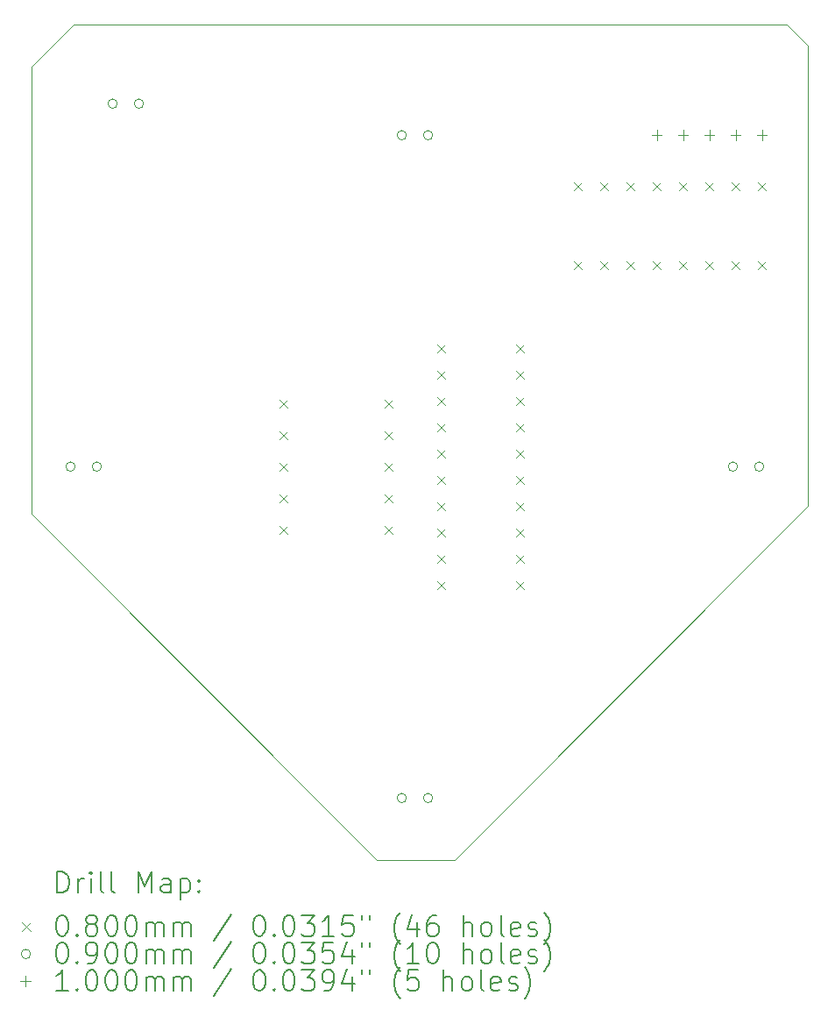
<source format=gbr>
%FSLAX45Y45*%
G04 Gerber Fmt 4.5, Leading zero omitted, Abs format (unit mm)*
G04 Created by KiCad (PCBNEW 5.99.0-unknown-3b7f5a3db7~131~ubuntu20.04.1) date 2021-09-21 13:08:26*
%MOMM*%
%LPD*%
G01*
G04 APERTURE LIST*
%TA.AperFunction,Profile*%
%ADD10C,0.100000*%
%TD*%
%ADD11C,0.200000*%
%ADD12C,0.080000*%
%ADD13C,0.090000*%
%ADD14C,0.100000*%
G04 APERTURE END LIST*
D10*
X18935700Y-13970000D02*
X15595600Y-10629900D01*
X15595600Y-6311900D02*
X15595600Y-10629900D01*
X16002000Y-5905500D02*
X15595600Y-6311900D01*
X22898100Y-5905500D02*
X16002000Y-5905500D01*
X23101300Y-6108700D02*
X22898100Y-5905500D01*
X23101300Y-10553700D02*
X23101300Y-6108700D01*
X19685000Y-13970000D02*
X23101300Y-10553700D01*
X18935700Y-13970000D02*
X19685000Y-13970000D01*
D11*
D12*
X17992268Y-9523100D02*
X18072268Y-9603100D01*
X18072268Y-9523100D02*
X17992268Y-9603100D01*
X17992268Y-9827900D02*
X18072268Y-9907900D01*
X18072268Y-9827900D02*
X17992268Y-9907900D01*
X17992268Y-10132700D02*
X18072268Y-10212700D01*
X18072268Y-10132700D02*
X17992268Y-10212700D01*
X17992268Y-10437500D02*
X18072268Y-10517500D01*
X18072268Y-10437500D02*
X17992268Y-10517500D01*
X17992268Y-10742300D02*
X18072268Y-10822300D01*
X18072268Y-10742300D02*
X17992268Y-10822300D01*
X19008268Y-9523100D02*
X19088268Y-9603100D01*
X19088268Y-9523100D02*
X19008268Y-9603100D01*
X19008268Y-9827900D02*
X19088268Y-9907900D01*
X19088268Y-9827900D02*
X19008268Y-9907900D01*
X19008268Y-10132700D02*
X19088268Y-10212700D01*
X19088268Y-10132700D02*
X19008268Y-10212700D01*
X19008268Y-10437500D02*
X19088268Y-10517500D01*
X19088268Y-10437500D02*
X19008268Y-10517500D01*
X19008268Y-10742300D02*
X19088268Y-10822300D01*
X19088268Y-10742300D02*
X19008268Y-10822300D01*
X19516680Y-8989700D02*
X19596680Y-9069700D01*
X19596680Y-8989700D02*
X19516680Y-9069700D01*
X19516680Y-9243700D02*
X19596680Y-9323700D01*
X19596680Y-9243700D02*
X19516680Y-9323700D01*
X19516680Y-9497700D02*
X19596680Y-9577700D01*
X19596680Y-9497700D02*
X19516680Y-9577700D01*
X19516680Y-9751700D02*
X19596680Y-9831700D01*
X19596680Y-9751700D02*
X19516680Y-9831700D01*
X19516680Y-10005700D02*
X19596680Y-10085700D01*
X19596680Y-10005700D02*
X19516680Y-10085700D01*
X19516680Y-10259700D02*
X19596680Y-10339700D01*
X19596680Y-10259700D02*
X19516680Y-10339700D01*
X19516680Y-10513700D02*
X19596680Y-10593700D01*
X19596680Y-10513700D02*
X19516680Y-10593700D01*
X19516680Y-10767700D02*
X19596680Y-10847700D01*
X19596680Y-10767700D02*
X19516680Y-10847700D01*
X19516680Y-11021700D02*
X19596680Y-11101700D01*
X19596680Y-11021700D02*
X19516680Y-11101700D01*
X19516680Y-11275700D02*
X19596680Y-11355700D01*
X19596680Y-11275700D02*
X19516680Y-11355700D01*
X20278680Y-8989700D02*
X20358680Y-9069700D01*
X20358680Y-8989700D02*
X20278680Y-9069700D01*
X20278680Y-9243700D02*
X20358680Y-9323700D01*
X20358680Y-9243700D02*
X20278680Y-9323700D01*
X20278680Y-9497700D02*
X20358680Y-9577700D01*
X20358680Y-9497700D02*
X20278680Y-9577700D01*
X20278680Y-9751700D02*
X20358680Y-9831700D01*
X20358680Y-9751700D02*
X20278680Y-9831700D01*
X20278680Y-10005700D02*
X20358680Y-10085700D01*
X20358680Y-10005700D02*
X20278680Y-10085700D01*
X20278680Y-10259700D02*
X20358680Y-10339700D01*
X20358680Y-10259700D02*
X20278680Y-10339700D01*
X20278680Y-10513700D02*
X20358680Y-10593700D01*
X20358680Y-10513700D02*
X20278680Y-10593700D01*
X20278680Y-10767700D02*
X20358680Y-10847700D01*
X20358680Y-10767700D02*
X20278680Y-10847700D01*
X20278680Y-11021700D02*
X20358680Y-11101700D01*
X20358680Y-11021700D02*
X20278680Y-11101700D01*
X20278680Y-11275700D02*
X20358680Y-11355700D01*
X20358680Y-11275700D02*
X20278680Y-11355700D01*
X20838800Y-7427600D02*
X20918800Y-7507600D01*
X20918800Y-7427600D02*
X20838800Y-7507600D01*
X20838800Y-8189600D02*
X20918800Y-8269600D01*
X20918800Y-8189600D02*
X20838800Y-8269600D01*
X21092800Y-7427600D02*
X21172800Y-7507600D01*
X21172800Y-7427600D02*
X21092800Y-7507600D01*
X21092800Y-8189600D02*
X21172800Y-8269600D01*
X21172800Y-8189600D02*
X21092800Y-8269600D01*
X21346800Y-7427600D02*
X21426800Y-7507600D01*
X21426800Y-7427600D02*
X21346800Y-7507600D01*
X21346800Y-8189600D02*
X21426800Y-8269600D01*
X21426800Y-8189600D02*
X21346800Y-8269600D01*
X21600800Y-7427600D02*
X21680800Y-7507600D01*
X21680800Y-7427600D02*
X21600800Y-7507600D01*
X21600800Y-8189600D02*
X21680800Y-8269600D01*
X21680800Y-8189600D02*
X21600800Y-8269600D01*
X21854800Y-7427600D02*
X21934800Y-7507600D01*
X21934800Y-7427600D02*
X21854800Y-7507600D01*
X21854800Y-8189600D02*
X21934800Y-8269600D01*
X21934800Y-8189600D02*
X21854800Y-8269600D01*
X22108800Y-7427600D02*
X22188800Y-7507600D01*
X22188800Y-7427600D02*
X22108800Y-7507600D01*
X22108800Y-8189600D02*
X22188800Y-8269600D01*
X22188800Y-8189600D02*
X22108800Y-8269600D01*
X22362800Y-7427600D02*
X22442800Y-7507600D01*
X22442800Y-7427600D02*
X22362800Y-7507600D01*
X22362800Y-8189600D02*
X22442800Y-8269600D01*
X22442800Y-8189600D02*
X22362800Y-8269600D01*
X22616800Y-7427600D02*
X22696800Y-7507600D01*
X22696800Y-7427600D02*
X22616800Y-7507600D01*
X22616800Y-8189600D02*
X22696800Y-8269600D01*
X22696800Y-8189600D02*
X22616800Y-8269600D01*
D13*
X16021100Y-10172700D02*
G75*
G03*
X16021100Y-10172700I-45000J0D01*
G01*
X16275100Y-10172700D02*
G75*
G03*
X16275100Y-10172700I-45000J0D01*
G01*
X16428500Y-6667500D02*
G75*
G03*
X16428500Y-6667500I-45000J0D01*
G01*
X16682500Y-6667500D02*
G75*
G03*
X16682500Y-6667500I-45000J0D01*
G01*
X19222500Y-6972300D02*
G75*
G03*
X19222500Y-6972300I-45000J0D01*
G01*
X19222500Y-13373100D02*
G75*
G03*
X19222500Y-13373100I-45000J0D01*
G01*
X19476500Y-6972300D02*
G75*
G03*
X19476500Y-6972300I-45000J0D01*
G01*
X19476500Y-13373100D02*
G75*
G03*
X19476500Y-13373100I-45000J0D01*
G01*
X22421900Y-10172700D02*
G75*
G03*
X22421900Y-10172700I-45000J0D01*
G01*
X22675900Y-10172700D02*
G75*
G03*
X22675900Y-10172700I-45000J0D01*
G01*
D14*
X21640800Y-6922300D02*
X21640800Y-7022300D01*
X21590800Y-6972300D02*
X21690800Y-6972300D01*
X21894800Y-6922300D02*
X21894800Y-7022300D01*
X21844800Y-6972300D02*
X21944800Y-6972300D01*
X22148800Y-6922300D02*
X22148800Y-7022300D01*
X22098800Y-6972300D02*
X22198800Y-6972300D01*
X22402800Y-6922300D02*
X22402800Y-7022300D01*
X22352800Y-6972300D02*
X22452800Y-6972300D01*
X22656800Y-6922300D02*
X22656800Y-7022300D01*
X22606800Y-6972300D02*
X22706800Y-6972300D01*
D11*
X15848219Y-14285476D02*
X15848219Y-14085476D01*
X15895838Y-14085476D01*
X15924409Y-14095000D01*
X15943457Y-14114048D01*
X15952981Y-14133095D01*
X15962505Y-14171190D01*
X15962505Y-14199762D01*
X15952981Y-14237857D01*
X15943457Y-14256905D01*
X15924409Y-14275952D01*
X15895838Y-14285476D01*
X15848219Y-14285476D01*
X16048219Y-14285476D02*
X16048219Y-14152143D01*
X16048219Y-14190238D02*
X16057743Y-14171190D01*
X16067267Y-14161667D01*
X16086314Y-14152143D01*
X16105362Y-14152143D01*
X16172028Y-14285476D02*
X16172028Y-14152143D01*
X16172028Y-14085476D02*
X16162505Y-14095000D01*
X16172028Y-14104524D01*
X16181552Y-14095000D01*
X16172028Y-14085476D01*
X16172028Y-14104524D01*
X16295838Y-14285476D02*
X16276790Y-14275952D01*
X16267267Y-14256905D01*
X16267267Y-14085476D01*
X16400600Y-14285476D02*
X16381552Y-14275952D01*
X16372028Y-14256905D01*
X16372028Y-14085476D01*
X16629171Y-14285476D02*
X16629171Y-14085476D01*
X16695838Y-14228333D01*
X16762505Y-14085476D01*
X16762505Y-14285476D01*
X16943457Y-14285476D02*
X16943457Y-14180714D01*
X16933933Y-14161667D01*
X16914886Y-14152143D01*
X16876790Y-14152143D01*
X16857743Y-14161667D01*
X16943457Y-14275952D02*
X16924410Y-14285476D01*
X16876790Y-14285476D01*
X16857743Y-14275952D01*
X16848219Y-14256905D01*
X16848219Y-14237857D01*
X16857743Y-14218809D01*
X16876790Y-14209286D01*
X16924410Y-14209286D01*
X16943457Y-14199762D01*
X17038695Y-14152143D02*
X17038695Y-14352143D01*
X17038695Y-14161667D02*
X17057743Y-14152143D01*
X17095838Y-14152143D01*
X17114886Y-14161667D01*
X17124410Y-14171190D01*
X17133933Y-14190238D01*
X17133933Y-14247381D01*
X17124410Y-14266428D01*
X17114886Y-14275952D01*
X17095838Y-14285476D01*
X17057743Y-14285476D01*
X17038695Y-14275952D01*
X17219648Y-14266428D02*
X17229171Y-14275952D01*
X17219648Y-14285476D01*
X17210124Y-14275952D01*
X17219648Y-14266428D01*
X17219648Y-14285476D01*
X17219648Y-14161667D02*
X17229171Y-14171190D01*
X17219648Y-14180714D01*
X17210124Y-14171190D01*
X17219648Y-14161667D01*
X17219648Y-14180714D01*
D12*
X15510600Y-14575000D02*
X15590600Y-14655000D01*
X15590600Y-14575000D02*
X15510600Y-14655000D01*
D11*
X15886314Y-14505476D02*
X15905362Y-14505476D01*
X15924409Y-14515000D01*
X15933933Y-14524524D01*
X15943457Y-14543571D01*
X15952981Y-14581667D01*
X15952981Y-14629286D01*
X15943457Y-14667381D01*
X15933933Y-14686428D01*
X15924409Y-14695952D01*
X15905362Y-14705476D01*
X15886314Y-14705476D01*
X15867267Y-14695952D01*
X15857743Y-14686428D01*
X15848219Y-14667381D01*
X15838695Y-14629286D01*
X15838695Y-14581667D01*
X15848219Y-14543571D01*
X15857743Y-14524524D01*
X15867267Y-14515000D01*
X15886314Y-14505476D01*
X16038695Y-14686428D02*
X16048219Y-14695952D01*
X16038695Y-14705476D01*
X16029171Y-14695952D01*
X16038695Y-14686428D01*
X16038695Y-14705476D01*
X16162505Y-14591190D02*
X16143457Y-14581667D01*
X16133933Y-14572143D01*
X16124409Y-14553095D01*
X16124409Y-14543571D01*
X16133933Y-14524524D01*
X16143457Y-14515000D01*
X16162505Y-14505476D01*
X16200600Y-14505476D01*
X16219648Y-14515000D01*
X16229171Y-14524524D01*
X16238695Y-14543571D01*
X16238695Y-14553095D01*
X16229171Y-14572143D01*
X16219648Y-14581667D01*
X16200600Y-14591190D01*
X16162505Y-14591190D01*
X16143457Y-14600714D01*
X16133933Y-14610238D01*
X16124409Y-14629286D01*
X16124409Y-14667381D01*
X16133933Y-14686428D01*
X16143457Y-14695952D01*
X16162505Y-14705476D01*
X16200600Y-14705476D01*
X16219648Y-14695952D01*
X16229171Y-14686428D01*
X16238695Y-14667381D01*
X16238695Y-14629286D01*
X16229171Y-14610238D01*
X16219648Y-14600714D01*
X16200600Y-14591190D01*
X16362505Y-14505476D02*
X16381552Y-14505476D01*
X16400600Y-14515000D01*
X16410124Y-14524524D01*
X16419648Y-14543571D01*
X16429171Y-14581667D01*
X16429171Y-14629286D01*
X16419648Y-14667381D01*
X16410124Y-14686428D01*
X16400600Y-14695952D01*
X16381552Y-14705476D01*
X16362505Y-14705476D01*
X16343457Y-14695952D01*
X16333933Y-14686428D01*
X16324409Y-14667381D01*
X16314886Y-14629286D01*
X16314886Y-14581667D01*
X16324409Y-14543571D01*
X16333933Y-14524524D01*
X16343457Y-14515000D01*
X16362505Y-14505476D01*
X16552981Y-14505476D02*
X16572028Y-14505476D01*
X16591076Y-14515000D01*
X16600600Y-14524524D01*
X16610124Y-14543571D01*
X16619648Y-14581667D01*
X16619648Y-14629286D01*
X16610124Y-14667381D01*
X16600600Y-14686428D01*
X16591076Y-14695952D01*
X16572028Y-14705476D01*
X16552981Y-14705476D01*
X16533933Y-14695952D01*
X16524409Y-14686428D01*
X16514886Y-14667381D01*
X16505362Y-14629286D01*
X16505362Y-14581667D01*
X16514886Y-14543571D01*
X16524409Y-14524524D01*
X16533933Y-14515000D01*
X16552981Y-14505476D01*
X16705362Y-14705476D02*
X16705362Y-14572143D01*
X16705362Y-14591190D02*
X16714886Y-14581667D01*
X16733933Y-14572143D01*
X16762505Y-14572143D01*
X16781552Y-14581667D01*
X16791076Y-14600714D01*
X16791076Y-14705476D01*
X16791076Y-14600714D02*
X16800600Y-14581667D01*
X16819648Y-14572143D01*
X16848219Y-14572143D01*
X16867267Y-14581667D01*
X16876790Y-14600714D01*
X16876790Y-14705476D01*
X16972029Y-14705476D02*
X16972029Y-14572143D01*
X16972029Y-14591190D02*
X16981552Y-14581667D01*
X17000600Y-14572143D01*
X17029171Y-14572143D01*
X17048219Y-14581667D01*
X17057743Y-14600714D01*
X17057743Y-14705476D01*
X17057743Y-14600714D02*
X17067267Y-14581667D01*
X17086314Y-14572143D01*
X17114886Y-14572143D01*
X17133933Y-14581667D01*
X17143457Y-14600714D01*
X17143457Y-14705476D01*
X17533933Y-14495952D02*
X17362505Y-14753095D01*
X17791076Y-14505476D02*
X17810124Y-14505476D01*
X17829171Y-14515000D01*
X17838695Y-14524524D01*
X17848219Y-14543571D01*
X17857743Y-14581667D01*
X17857743Y-14629286D01*
X17848219Y-14667381D01*
X17838695Y-14686428D01*
X17829171Y-14695952D01*
X17810124Y-14705476D01*
X17791076Y-14705476D01*
X17772029Y-14695952D01*
X17762505Y-14686428D01*
X17752981Y-14667381D01*
X17743457Y-14629286D01*
X17743457Y-14581667D01*
X17752981Y-14543571D01*
X17762505Y-14524524D01*
X17772029Y-14515000D01*
X17791076Y-14505476D01*
X17943457Y-14686428D02*
X17952981Y-14695952D01*
X17943457Y-14705476D01*
X17933933Y-14695952D01*
X17943457Y-14686428D01*
X17943457Y-14705476D01*
X18076790Y-14505476D02*
X18095838Y-14505476D01*
X18114886Y-14515000D01*
X18124410Y-14524524D01*
X18133933Y-14543571D01*
X18143457Y-14581667D01*
X18143457Y-14629286D01*
X18133933Y-14667381D01*
X18124410Y-14686428D01*
X18114886Y-14695952D01*
X18095838Y-14705476D01*
X18076790Y-14705476D01*
X18057743Y-14695952D01*
X18048219Y-14686428D01*
X18038695Y-14667381D01*
X18029171Y-14629286D01*
X18029171Y-14581667D01*
X18038695Y-14543571D01*
X18048219Y-14524524D01*
X18057743Y-14515000D01*
X18076790Y-14505476D01*
X18210124Y-14505476D02*
X18333933Y-14505476D01*
X18267267Y-14581667D01*
X18295838Y-14581667D01*
X18314886Y-14591190D01*
X18324410Y-14600714D01*
X18333933Y-14619762D01*
X18333933Y-14667381D01*
X18324410Y-14686428D01*
X18314886Y-14695952D01*
X18295838Y-14705476D01*
X18238695Y-14705476D01*
X18219648Y-14695952D01*
X18210124Y-14686428D01*
X18524410Y-14705476D02*
X18410124Y-14705476D01*
X18467267Y-14705476D02*
X18467267Y-14505476D01*
X18448219Y-14534048D01*
X18429171Y-14553095D01*
X18410124Y-14562619D01*
X18705362Y-14505476D02*
X18610124Y-14505476D01*
X18600600Y-14600714D01*
X18610124Y-14591190D01*
X18629171Y-14581667D01*
X18676790Y-14581667D01*
X18695838Y-14591190D01*
X18705362Y-14600714D01*
X18714886Y-14619762D01*
X18714886Y-14667381D01*
X18705362Y-14686428D01*
X18695838Y-14695952D01*
X18676790Y-14705476D01*
X18629171Y-14705476D01*
X18610124Y-14695952D01*
X18600600Y-14686428D01*
X18791076Y-14505476D02*
X18791076Y-14543571D01*
X18867267Y-14505476D02*
X18867267Y-14543571D01*
X19162505Y-14781667D02*
X19152981Y-14772143D01*
X19133933Y-14743571D01*
X19124410Y-14724524D01*
X19114886Y-14695952D01*
X19105362Y-14648333D01*
X19105362Y-14610238D01*
X19114886Y-14562619D01*
X19124410Y-14534048D01*
X19133933Y-14515000D01*
X19152981Y-14486428D01*
X19162505Y-14476905D01*
X19324410Y-14572143D02*
X19324410Y-14705476D01*
X19276790Y-14495952D02*
X19229171Y-14638809D01*
X19352981Y-14638809D01*
X19514886Y-14505476D02*
X19476790Y-14505476D01*
X19457743Y-14515000D01*
X19448219Y-14524524D01*
X19429171Y-14553095D01*
X19419648Y-14591190D01*
X19419648Y-14667381D01*
X19429171Y-14686428D01*
X19438695Y-14695952D01*
X19457743Y-14705476D01*
X19495838Y-14705476D01*
X19514886Y-14695952D01*
X19524410Y-14686428D01*
X19533933Y-14667381D01*
X19533933Y-14619762D01*
X19524410Y-14600714D01*
X19514886Y-14591190D01*
X19495838Y-14581667D01*
X19457743Y-14581667D01*
X19438695Y-14591190D01*
X19429171Y-14600714D01*
X19419648Y-14619762D01*
X19772029Y-14705476D02*
X19772029Y-14505476D01*
X19857743Y-14705476D02*
X19857743Y-14600714D01*
X19848219Y-14581667D01*
X19829171Y-14572143D01*
X19800600Y-14572143D01*
X19781552Y-14581667D01*
X19772029Y-14591190D01*
X19981552Y-14705476D02*
X19962505Y-14695952D01*
X19952981Y-14686428D01*
X19943457Y-14667381D01*
X19943457Y-14610238D01*
X19952981Y-14591190D01*
X19962505Y-14581667D01*
X19981552Y-14572143D01*
X20010124Y-14572143D01*
X20029171Y-14581667D01*
X20038695Y-14591190D01*
X20048219Y-14610238D01*
X20048219Y-14667381D01*
X20038695Y-14686428D01*
X20029171Y-14695952D01*
X20010124Y-14705476D01*
X19981552Y-14705476D01*
X20162505Y-14705476D02*
X20143457Y-14695952D01*
X20133933Y-14676905D01*
X20133933Y-14505476D01*
X20314886Y-14695952D02*
X20295838Y-14705476D01*
X20257743Y-14705476D01*
X20238695Y-14695952D01*
X20229171Y-14676905D01*
X20229171Y-14600714D01*
X20238695Y-14581667D01*
X20257743Y-14572143D01*
X20295838Y-14572143D01*
X20314886Y-14581667D01*
X20324410Y-14600714D01*
X20324410Y-14619762D01*
X20229171Y-14638809D01*
X20400600Y-14695952D02*
X20419648Y-14705476D01*
X20457743Y-14705476D01*
X20476790Y-14695952D01*
X20486314Y-14676905D01*
X20486314Y-14667381D01*
X20476790Y-14648333D01*
X20457743Y-14638809D01*
X20429171Y-14638809D01*
X20410124Y-14629286D01*
X20400600Y-14610238D01*
X20400600Y-14600714D01*
X20410124Y-14581667D01*
X20429171Y-14572143D01*
X20457743Y-14572143D01*
X20476790Y-14581667D01*
X20552981Y-14781667D02*
X20562505Y-14772143D01*
X20581552Y-14743571D01*
X20591076Y-14724524D01*
X20600600Y-14695952D01*
X20610124Y-14648333D01*
X20610124Y-14610238D01*
X20600600Y-14562619D01*
X20591076Y-14534048D01*
X20581552Y-14515000D01*
X20562505Y-14486428D01*
X20552981Y-14476905D01*
D13*
X15590600Y-14879000D02*
G75*
G03*
X15590600Y-14879000I-45000J0D01*
G01*
D11*
X15886314Y-14769476D02*
X15905362Y-14769476D01*
X15924409Y-14779000D01*
X15933933Y-14788524D01*
X15943457Y-14807571D01*
X15952981Y-14845667D01*
X15952981Y-14893286D01*
X15943457Y-14931381D01*
X15933933Y-14950428D01*
X15924409Y-14959952D01*
X15905362Y-14969476D01*
X15886314Y-14969476D01*
X15867267Y-14959952D01*
X15857743Y-14950428D01*
X15848219Y-14931381D01*
X15838695Y-14893286D01*
X15838695Y-14845667D01*
X15848219Y-14807571D01*
X15857743Y-14788524D01*
X15867267Y-14779000D01*
X15886314Y-14769476D01*
X16038695Y-14950428D02*
X16048219Y-14959952D01*
X16038695Y-14969476D01*
X16029171Y-14959952D01*
X16038695Y-14950428D01*
X16038695Y-14969476D01*
X16143457Y-14969476D02*
X16181552Y-14969476D01*
X16200600Y-14959952D01*
X16210124Y-14950428D01*
X16229171Y-14921857D01*
X16238695Y-14883762D01*
X16238695Y-14807571D01*
X16229171Y-14788524D01*
X16219648Y-14779000D01*
X16200600Y-14769476D01*
X16162505Y-14769476D01*
X16143457Y-14779000D01*
X16133933Y-14788524D01*
X16124409Y-14807571D01*
X16124409Y-14855190D01*
X16133933Y-14874238D01*
X16143457Y-14883762D01*
X16162505Y-14893286D01*
X16200600Y-14893286D01*
X16219648Y-14883762D01*
X16229171Y-14874238D01*
X16238695Y-14855190D01*
X16362505Y-14769476D02*
X16381552Y-14769476D01*
X16400600Y-14779000D01*
X16410124Y-14788524D01*
X16419648Y-14807571D01*
X16429171Y-14845667D01*
X16429171Y-14893286D01*
X16419648Y-14931381D01*
X16410124Y-14950428D01*
X16400600Y-14959952D01*
X16381552Y-14969476D01*
X16362505Y-14969476D01*
X16343457Y-14959952D01*
X16333933Y-14950428D01*
X16324409Y-14931381D01*
X16314886Y-14893286D01*
X16314886Y-14845667D01*
X16324409Y-14807571D01*
X16333933Y-14788524D01*
X16343457Y-14779000D01*
X16362505Y-14769476D01*
X16552981Y-14769476D02*
X16572028Y-14769476D01*
X16591076Y-14779000D01*
X16600600Y-14788524D01*
X16610124Y-14807571D01*
X16619648Y-14845667D01*
X16619648Y-14893286D01*
X16610124Y-14931381D01*
X16600600Y-14950428D01*
X16591076Y-14959952D01*
X16572028Y-14969476D01*
X16552981Y-14969476D01*
X16533933Y-14959952D01*
X16524409Y-14950428D01*
X16514886Y-14931381D01*
X16505362Y-14893286D01*
X16505362Y-14845667D01*
X16514886Y-14807571D01*
X16524409Y-14788524D01*
X16533933Y-14779000D01*
X16552981Y-14769476D01*
X16705362Y-14969476D02*
X16705362Y-14836143D01*
X16705362Y-14855190D02*
X16714886Y-14845667D01*
X16733933Y-14836143D01*
X16762505Y-14836143D01*
X16781552Y-14845667D01*
X16791076Y-14864714D01*
X16791076Y-14969476D01*
X16791076Y-14864714D02*
X16800600Y-14845667D01*
X16819648Y-14836143D01*
X16848219Y-14836143D01*
X16867267Y-14845667D01*
X16876790Y-14864714D01*
X16876790Y-14969476D01*
X16972029Y-14969476D02*
X16972029Y-14836143D01*
X16972029Y-14855190D02*
X16981552Y-14845667D01*
X17000600Y-14836143D01*
X17029171Y-14836143D01*
X17048219Y-14845667D01*
X17057743Y-14864714D01*
X17057743Y-14969476D01*
X17057743Y-14864714D02*
X17067267Y-14845667D01*
X17086314Y-14836143D01*
X17114886Y-14836143D01*
X17133933Y-14845667D01*
X17143457Y-14864714D01*
X17143457Y-14969476D01*
X17533933Y-14759952D02*
X17362505Y-15017095D01*
X17791076Y-14769476D02*
X17810124Y-14769476D01*
X17829171Y-14779000D01*
X17838695Y-14788524D01*
X17848219Y-14807571D01*
X17857743Y-14845667D01*
X17857743Y-14893286D01*
X17848219Y-14931381D01*
X17838695Y-14950428D01*
X17829171Y-14959952D01*
X17810124Y-14969476D01*
X17791076Y-14969476D01*
X17772029Y-14959952D01*
X17762505Y-14950428D01*
X17752981Y-14931381D01*
X17743457Y-14893286D01*
X17743457Y-14845667D01*
X17752981Y-14807571D01*
X17762505Y-14788524D01*
X17772029Y-14779000D01*
X17791076Y-14769476D01*
X17943457Y-14950428D02*
X17952981Y-14959952D01*
X17943457Y-14969476D01*
X17933933Y-14959952D01*
X17943457Y-14950428D01*
X17943457Y-14969476D01*
X18076790Y-14769476D02*
X18095838Y-14769476D01*
X18114886Y-14779000D01*
X18124410Y-14788524D01*
X18133933Y-14807571D01*
X18143457Y-14845667D01*
X18143457Y-14893286D01*
X18133933Y-14931381D01*
X18124410Y-14950428D01*
X18114886Y-14959952D01*
X18095838Y-14969476D01*
X18076790Y-14969476D01*
X18057743Y-14959952D01*
X18048219Y-14950428D01*
X18038695Y-14931381D01*
X18029171Y-14893286D01*
X18029171Y-14845667D01*
X18038695Y-14807571D01*
X18048219Y-14788524D01*
X18057743Y-14779000D01*
X18076790Y-14769476D01*
X18210124Y-14769476D02*
X18333933Y-14769476D01*
X18267267Y-14845667D01*
X18295838Y-14845667D01*
X18314886Y-14855190D01*
X18324410Y-14864714D01*
X18333933Y-14883762D01*
X18333933Y-14931381D01*
X18324410Y-14950428D01*
X18314886Y-14959952D01*
X18295838Y-14969476D01*
X18238695Y-14969476D01*
X18219648Y-14959952D01*
X18210124Y-14950428D01*
X18514886Y-14769476D02*
X18419648Y-14769476D01*
X18410124Y-14864714D01*
X18419648Y-14855190D01*
X18438695Y-14845667D01*
X18486314Y-14845667D01*
X18505362Y-14855190D01*
X18514886Y-14864714D01*
X18524410Y-14883762D01*
X18524410Y-14931381D01*
X18514886Y-14950428D01*
X18505362Y-14959952D01*
X18486314Y-14969476D01*
X18438695Y-14969476D01*
X18419648Y-14959952D01*
X18410124Y-14950428D01*
X18695838Y-14836143D02*
X18695838Y-14969476D01*
X18648219Y-14759952D02*
X18600600Y-14902809D01*
X18724410Y-14902809D01*
X18791076Y-14769476D02*
X18791076Y-14807571D01*
X18867267Y-14769476D02*
X18867267Y-14807571D01*
X19162505Y-15045667D02*
X19152981Y-15036143D01*
X19133933Y-15007571D01*
X19124410Y-14988524D01*
X19114886Y-14959952D01*
X19105362Y-14912333D01*
X19105362Y-14874238D01*
X19114886Y-14826619D01*
X19124410Y-14798048D01*
X19133933Y-14779000D01*
X19152981Y-14750428D01*
X19162505Y-14740905D01*
X19343457Y-14969476D02*
X19229171Y-14969476D01*
X19286314Y-14969476D02*
X19286314Y-14769476D01*
X19267267Y-14798048D01*
X19248219Y-14817095D01*
X19229171Y-14826619D01*
X19467267Y-14769476D02*
X19486314Y-14769476D01*
X19505362Y-14779000D01*
X19514886Y-14788524D01*
X19524410Y-14807571D01*
X19533933Y-14845667D01*
X19533933Y-14893286D01*
X19524410Y-14931381D01*
X19514886Y-14950428D01*
X19505362Y-14959952D01*
X19486314Y-14969476D01*
X19467267Y-14969476D01*
X19448219Y-14959952D01*
X19438695Y-14950428D01*
X19429171Y-14931381D01*
X19419648Y-14893286D01*
X19419648Y-14845667D01*
X19429171Y-14807571D01*
X19438695Y-14788524D01*
X19448219Y-14779000D01*
X19467267Y-14769476D01*
X19772029Y-14969476D02*
X19772029Y-14769476D01*
X19857743Y-14969476D02*
X19857743Y-14864714D01*
X19848219Y-14845667D01*
X19829171Y-14836143D01*
X19800600Y-14836143D01*
X19781552Y-14845667D01*
X19772029Y-14855190D01*
X19981552Y-14969476D02*
X19962505Y-14959952D01*
X19952981Y-14950428D01*
X19943457Y-14931381D01*
X19943457Y-14874238D01*
X19952981Y-14855190D01*
X19962505Y-14845667D01*
X19981552Y-14836143D01*
X20010124Y-14836143D01*
X20029171Y-14845667D01*
X20038695Y-14855190D01*
X20048219Y-14874238D01*
X20048219Y-14931381D01*
X20038695Y-14950428D01*
X20029171Y-14959952D01*
X20010124Y-14969476D01*
X19981552Y-14969476D01*
X20162505Y-14969476D02*
X20143457Y-14959952D01*
X20133933Y-14940905D01*
X20133933Y-14769476D01*
X20314886Y-14959952D02*
X20295838Y-14969476D01*
X20257743Y-14969476D01*
X20238695Y-14959952D01*
X20229171Y-14940905D01*
X20229171Y-14864714D01*
X20238695Y-14845667D01*
X20257743Y-14836143D01*
X20295838Y-14836143D01*
X20314886Y-14845667D01*
X20324410Y-14864714D01*
X20324410Y-14883762D01*
X20229171Y-14902809D01*
X20400600Y-14959952D02*
X20419648Y-14969476D01*
X20457743Y-14969476D01*
X20476790Y-14959952D01*
X20486314Y-14940905D01*
X20486314Y-14931381D01*
X20476790Y-14912333D01*
X20457743Y-14902809D01*
X20429171Y-14902809D01*
X20410124Y-14893286D01*
X20400600Y-14874238D01*
X20400600Y-14864714D01*
X20410124Y-14845667D01*
X20429171Y-14836143D01*
X20457743Y-14836143D01*
X20476790Y-14845667D01*
X20552981Y-15045667D02*
X20562505Y-15036143D01*
X20581552Y-15007571D01*
X20591076Y-14988524D01*
X20600600Y-14959952D01*
X20610124Y-14912333D01*
X20610124Y-14874238D01*
X20600600Y-14826619D01*
X20591076Y-14798048D01*
X20581552Y-14779000D01*
X20562505Y-14750428D01*
X20552981Y-14740905D01*
D14*
X15540600Y-15093000D02*
X15540600Y-15193000D01*
X15490600Y-15143000D02*
X15590600Y-15143000D01*
D11*
X15952981Y-15233476D02*
X15838695Y-15233476D01*
X15895838Y-15233476D02*
X15895838Y-15033476D01*
X15876790Y-15062048D01*
X15857743Y-15081095D01*
X15838695Y-15090619D01*
X16038695Y-15214428D02*
X16048219Y-15223952D01*
X16038695Y-15233476D01*
X16029171Y-15223952D01*
X16038695Y-15214428D01*
X16038695Y-15233476D01*
X16172028Y-15033476D02*
X16191076Y-15033476D01*
X16210124Y-15043000D01*
X16219648Y-15052524D01*
X16229171Y-15071571D01*
X16238695Y-15109667D01*
X16238695Y-15157286D01*
X16229171Y-15195381D01*
X16219648Y-15214428D01*
X16210124Y-15223952D01*
X16191076Y-15233476D01*
X16172028Y-15233476D01*
X16152981Y-15223952D01*
X16143457Y-15214428D01*
X16133933Y-15195381D01*
X16124409Y-15157286D01*
X16124409Y-15109667D01*
X16133933Y-15071571D01*
X16143457Y-15052524D01*
X16152981Y-15043000D01*
X16172028Y-15033476D01*
X16362505Y-15033476D02*
X16381552Y-15033476D01*
X16400600Y-15043000D01*
X16410124Y-15052524D01*
X16419648Y-15071571D01*
X16429171Y-15109667D01*
X16429171Y-15157286D01*
X16419648Y-15195381D01*
X16410124Y-15214428D01*
X16400600Y-15223952D01*
X16381552Y-15233476D01*
X16362505Y-15233476D01*
X16343457Y-15223952D01*
X16333933Y-15214428D01*
X16324409Y-15195381D01*
X16314886Y-15157286D01*
X16314886Y-15109667D01*
X16324409Y-15071571D01*
X16333933Y-15052524D01*
X16343457Y-15043000D01*
X16362505Y-15033476D01*
X16552981Y-15033476D02*
X16572028Y-15033476D01*
X16591076Y-15043000D01*
X16600600Y-15052524D01*
X16610124Y-15071571D01*
X16619648Y-15109667D01*
X16619648Y-15157286D01*
X16610124Y-15195381D01*
X16600600Y-15214428D01*
X16591076Y-15223952D01*
X16572028Y-15233476D01*
X16552981Y-15233476D01*
X16533933Y-15223952D01*
X16524409Y-15214428D01*
X16514886Y-15195381D01*
X16505362Y-15157286D01*
X16505362Y-15109667D01*
X16514886Y-15071571D01*
X16524409Y-15052524D01*
X16533933Y-15043000D01*
X16552981Y-15033476D01*
X16705362Y-15233476D02*
X16705362Y-15100143D01*
X16705362Y-15119190D02*
X16714886Y-15109667D01*
X16733933Y-15100143D01*
X16762505Y-15100143D01*
X16781552Y-15109667D01*
X16791076Y-15128714D01*
X16791076Y-15233476D01*
X16791076Y-15128714D02*
X16800600Y-15109667D01*
X16819648Y-15100143D01*
X16848219Y-15100143D01*
X16867267Y-15109667D01*
X16876790Y-15128714D01*
X16876790Y-15233476D01*
X16972029Y-15233476D02*
X16972029Y-15100143D01*
X16972029Y-15119190D02*
X16981552Y-15109667D01*
X17000600Y-15100143D01*
X17029171Y-15100143D01*
X17048219Y-15109667D01*
X17057743Y-15128714D01*
X17057743Y-15233476D01*
X17057743Y-15128714D02*
X17067267Y-15109667D01*
X17086314Y-15100143D01*
X17114886Y-15100143D01*
X17133933Y-15109667D01*
X17143457Y-15128714D01*
X17143457Y-15233476D01*
X17533933Y-15023952D02*
X17362505Y-15281095D01*
X17791076Y-15033476D02*
X17810124Y-15033476D01*
X17829171Y-15043000D01*
X17838695Y-15052524D01*
X17848219Y-15071571D01*
X17857743Y-15109667D01*
X17857743Y-15157286D01*
X17848219Y-15195381D01*
X17838695Y-15214428D01*
X17829171Y-15223952D01*
X17810124Y-15233476D01*
X17791076Y-15233476D01*
X17772029Y-15223952D01*
X17762505Y-15214428D01*
X17752981Y-15195381D01*
X17743457Y-15157286D01*
X17743457Y-15109667D01*
X17752981Y-15071571D01*
X17762505Y-15052524D01*
X17772029Y-15043000D01*
X17791076Y-15033476D01*
X17943457Y-15214428D02*
X17952981Y-15223952D01*
X17943457Y-15233476D01*
X17933933Y-15223952D01*
X17943457Y-15214428D01*
X17943457Y-15233476D01*
X18076790Y-15033476D02*
X18095838Y-15033476D01*
X18114886Y-15043000D01*
X18124410Y-15052524D01*
X18133933Y-15071571D01*
X18143457Y-15109667D01*
X18143457Y-15157286D01*
X18133933Y-15195381D01*
X18124410Y-15214428D01*
X18114886Y-15223952D01*
X18095838Y-15233476D01*
X18076790Y-15233476D01*
X18057743Y-15223952D01*
X18048219Y-15214428D01*
X18038695Y-15195381D01*
X18029171Y-15157286D01*
X18029171Y-15109667D01*
X18038695Y-15071571D01*
X18048219Y-15052524D01*
X18057743Y-15043000D01*
X18076790Y-15033476D01*
X18210124Y-15033476D02*
X18333933Y-15033476D01*
X18267267Y-15109667D01*
X18295838Y-15109667D01*
X18314886Y-15119190D01*
X18324410Y-15128714D01*
X18333933Y-15147762D01*
X18333933Y-15195381D01*
X18324410Y-15214428D01*
X18314886Y-15223952D01*
X18295838Y-15233476D01*
X18238695Y-15233476D01*
X18219648Y-15223952D01*
X18210124Y-15214428D01*
X18429171Y-15233476D02*
X18467267Y-15233476D01*
X18486314Y-15223952D01*
X18495838Y-15214428D01*
X18514886Y-15185857D01*
X18524410Y-15147762D01*
X18524410Y-15071571D01*
X18514886Y-15052524D01*
X18505362Y-15043000D01*
X18486314Y-15033476D01*
X18448219Y-15033476D01*
X18429171Y-15043000D01*
X18419648Y-15052524D01*
X18410124Y-15071571D01*
X18410124Y-15119190D01*
X18419648Y-15138238D01*
X18429171Y-15147762D01*
X18448219Y-15157286D01*
X18486314Y-15157286D01*
X18505362Y-15147762D01*
X18514886Y-15138238D01*
X18524410Y-15119190D01*
X18695838Y-15100143D02*
X18695838Y-15233476D01*
X18648219Y-15023952D02*
X18600600Y-15166809D01*
X18724410Y-15166809D01*
X18791076Y-15033476D02*
X18791076Y-15071571D01*
X18867267Y-15033476D02*
X18867267Y-15071571D01*
X19162505Y-15309667D02*
X19152981Y-15300143D01*
X19133933Y-15271571D01*
X19124410Y-15252524D01*
X19114886Y-15223952D01*
X19105362Y-15176333D01*
X19105362Y-15138238D01*
X19114886Y-15090619D01*
X19124410Y-15062048D01*
X19133933Y-15043000D01*
X19152981Y-15014428D01*
X19162505Y-15004905D01*
X19333933Y-15033476D02*
X19238695Y-15033476D01*
X19229171Y-15128714D01*
X19238695Y-15119190D01*
X19257743Y-15109667D01*
X19305362Y-15109667D01*
X19324410Y-15119190D01*
X19333933Y-15128714D01*
X19343457Y-15147762D01*
X19343457Y-15195381D01*
X19333933Y-15214428D01*
X19324410Y-15223952D01*
X19305362Y-15233476D01*
X19257743Y-15233476D01*
X19238695Y-15223952D01*
X19229171Y-15214428D01*
X19581552Y-15233476D02*
X19581552Y-15033476D01*
X19667267Y-15233476D02*
X19667267Y-15128714D01*
X19657743Y-15109667D01*
X19638695Y-15100143D01*
X19610124Y-15100143D01*
X19591076Y-15109667D01*
X19581552Y-15119190D01*
X19791076Y-15233476D02*
X19772029Y-15223952D01*
X19762505Y-15214428D01*
X19752981Y-15195381D01*
X19752981Y-15138238D01*
X19762505Y-15119190D01*
X19772029Y-15109667D01*
X19791076Y-15100143D01*
X19819648Y-15100143D01*
X19838695Y-15109667D01*
X19848219Y-15119190D01*
X19857743Y-15138238D01*
X19857743Y-15195381D01*
X19848219Y-15214428D01*
X19838695Y-15223952D01*
X19819648Y-15233476D01*
X19791076Y-15233476D01*
X19972029Y-15233476D02*
X19952981Y-15223952D01*
X19943457Y-15204905D01*
X19943457Y-15033476D01*
X20124410Y-15223952D02*
X20105362Y-15233476D01*
X20067267Y-15233476D01*
X20048219Y-15223952D01*
X20038695Y-15204905D01*
X20038695Y-15128714D01*
X20048219Y-15109667D01*
X20067267Y-15100143D01*
X20105362Y-15100143D01*
X20124410Y-15109667D01*
X20133933Y-15128714D01*
X20133933Y-15147762D01*
X20038695Y-15166809D01*
X20210124Y-15223952D02*
X20229171Y-15233476D01*
X20267267Y-15233476D01*
X20286314Y-15223952D01*
X20295838Y-15204905D01*
X20295838Y-15195381D01*
X20286314Y-15176333D01*
X20267267Y-15166809D01*
X20238695Y-15166809D01*
X20219648Y-15157286D01*
X20210124Y-15138238D01*
X20210124Y-15128714D01*
X20219648Y-15109667D01*
X20238695Y-15100143D01*
X20267267Y-15100143D01*
X20286314Y-15109667D01*
X20362505Y-15309667D02*
X20372029Y-15300143D01*
X20391076Y-15271571D01*
X20400600Y-15252524D01*
X20410124Y-15223952D01*
X20419648Y-15176333D01*
X20419648Y-15138238D01*
X20410124Y-15090619D01*
X20400600Y-15062048D01*
X20391076Y-15043000D01*
X20372029Y-15014428D01*
X20362505Y-15004905D01*
M02*

</source>
